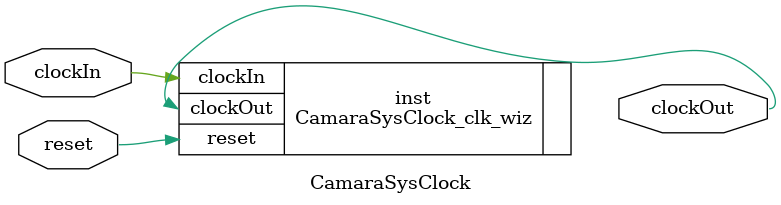
<source format=v>


`timescale 1ps/1ps

(* CORE_GENERATION_INFO = "CamaraSysClock,clk_wiz_v6_0_1_0_0,{component_name=CamaraSysClock,use_phase_alignment=true,use_min_o_jitter=false,use_max_i_jitter=false,use_dyn_phase_shift=false,use_inclk_switchover=false,use_dyn_reconfig=false,enable_axi=0,feedback_source=FDBK_AUTO,PRIMITIVE=MMCM,num_out_clk=1,clkin1_period=83.333,clkin2_period=10.0,use_power_down=false,use_reset=true,use_locked=false,use_inclk_stopped=false,feedback_type=SINGLE,CLOCK_MGR_TYPE=NA,manual_override=false}" *)

module CamaraSysClock 
 (
  // Clock out ports
  output        clockOut,
  // Status and control signals
  input         reset,
 // Clock in ports
  input         clockIn
 );

  CamaraSysClock_clk_wiz inst
  (
  // Clock out ports  
  .clockOut(clockOut),
  // Status and control signals               
  .reset(reset), 
 // Clock in ports
  .clockIn(clockIn)
  );

endmodule

</source>
